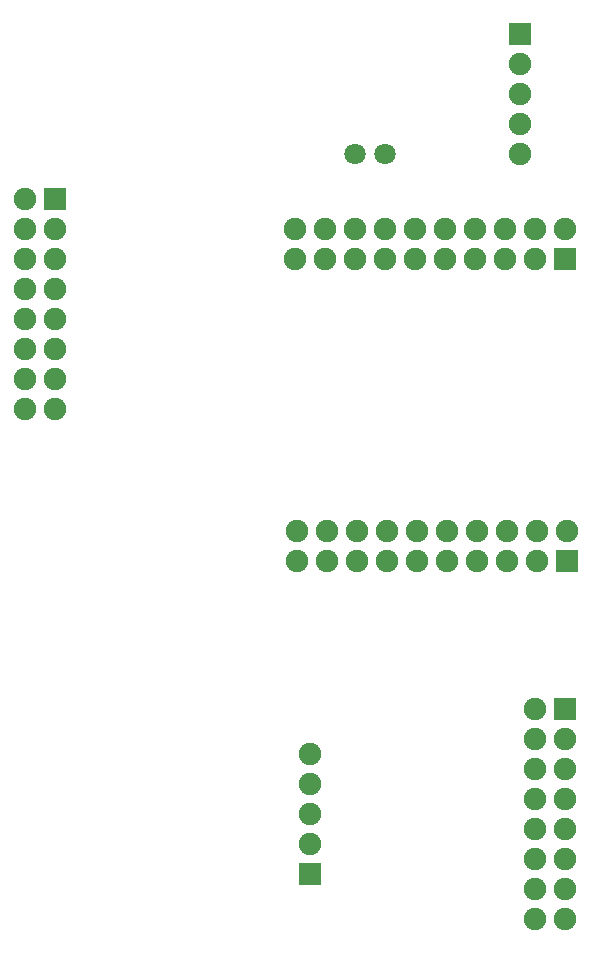
<source format=gbs>
G04 Layer: BottomSolderMaskLayer*
G04 EasyEDA v6.5.44, 2024-07-16 08:44:05*
G04 f322a21155e64bfca94832d5c325404b,a277f855c1dd484d8ea612a13ca666de,10*
G04 Gerber Generator version 0.2*
G04 Scale: 100 percent, Rotated: No, Reflected: No *
G04 Dimensions in millimeters *
G04 leading zeros omitted , absolute positions ,4 integer and 5 decimal *
%FSLAX45Y45*%
%MOMM*%

%AMMACRO1*4,1,8,-0.921,-0.9507,-0.9507,-0.9207,-0.9507,0.921,-0.921,0.9507,0.9207,0.9507,0.9507,0.921,0.9507,-0.9207,0.9207,-0.9507,-0.921,-0.9507,0*%
%ADD10C,1.9016*%
%ADD11MACRO1*%
%ADD12C,1.8016*%

%LPD*%
D10*
G01*
X1143000Y11049000D03*
G01*
X1397000Y11049000D03*
G01*
X1143000Y11303000D03*
G01*
X1397000Y11303000D03*
G01*
X1143000Y11557000D03*
G01*
X1397000Y11557000D03*
G01*
X1143000Y11811000D03*
G01*
X1397000Y11811000D03*
G01*
X1143000Y12065000D03*
G01*
X1397000Y12065000D03*
G01*
X1143000Y12319000D03*
G01*
X1397000Y12319000D03*
G01*
X1143000Y12573000D03*
G01*
X1397000Y12573000D03*
G01*
X1143000Y12827000D03*
D11*
G01*
X1397000Y12827000D03*
D10*
G01*
X3429000Y12573000D03*
G01*
X3429000Y12319000D03*
G01*
X3683000Y12573000D03*
G01*
X3683000Y12319000D03*
G01*
X3937000Y12573000D03*
G01*
X3937000Y12319000D03*
G01*
X4191000Y12573000D03*
G01*
X4191000Y12319000D03*
G01*
X4445000Y12573000D03*
G01*
X4445000Y12319000D03*
G01*
X4699000Y12573000D03*
G01*
X4699000Y12319000D03*
G01*
X4953000Y12573000D03*
G01*
X4953000Y12319000D03*
G01*
X5207000Y12573000D03*
G01*
X5207000Y12319000D03*
G01*
X5461000Y12573000D03*
G01*
X5461000Y12319000D03*
G01*
X5715000Y12573000D03*
D11*
G01*
X5715000Y12319000D03*
G01*
X5334000Y14224000D03*
D10*
G01*
X5333987Y13970000D03*
G01*
X5333987Y13716000D03*
G01*
X5333987Y13462000D03*
G01*
X5333987Y13208000D03*
D12*
G01*
X3937000Y13208000D03*
G01*
X4191000Y13208000D03*
D11*
G01*
X3556000Y7112000D03*
D10*
G01*
X3556012Y7366000D03*
G01*
X3556012Y7620000D03*
G01*
X3556012Y7874000D03*
G01*
X3556012Y8128000D03*
G01*
X3441700Y10020300D03*
G01*
X3441700Y9766300D03*
G01*
X3695700Y10020300D03*
G01*
X3695700Y9766300D03*
G01*
X3949700Y10020300D03*
G01*
X3949700Y9766300D03*
G01*
X4203700Y10020300D03*
G01*
X4203700Y9766300D03*
G01*
X4457700Y10020300D03*
G01*
X4457700Y9766300D03*
G01*
X4711700Y10020300D03*
G01*
X4711700Y9766300D03*
G01*
X4965700Y10020300D03*
G01*
X4965700Y9766300D03*
G01*
X5219700Y10020300D03*
G01*
X5219700Y9766300D03*
G01*
X5473700Y10020300D03*
G01*
X5473700Y9766300D03*
G01*
X5727700Y10020300D03*
D11*
G01*
X5727700Y9766300D03*
D10*
G01*
X5461000Y6731000D03*
G01*
X5715000Y6731000D03*
G01*
X5461000Y6985000D03*
G01*
X5715000Y6985000D03*
G01*
X5461000Y7239000D03*
G01*
X5715000Y7239000D03*
G01*
X5461000Y7493000D03*
G01*
X5715000Y7493000D03*
G01*
X5461000Y7747000D03*
G01*
X5715000Y7747000D03*
G01*
X5461000Y8001000D03*
G01*
X5715000Y8001000D03*
G01*
X5461000Y8255000D03*
G01*
X5715000Y8255000D03*
G01*
X5461000Y8509000D03*
D11*
G01*
X5715000Y8509000D03*
M02*

</source>
